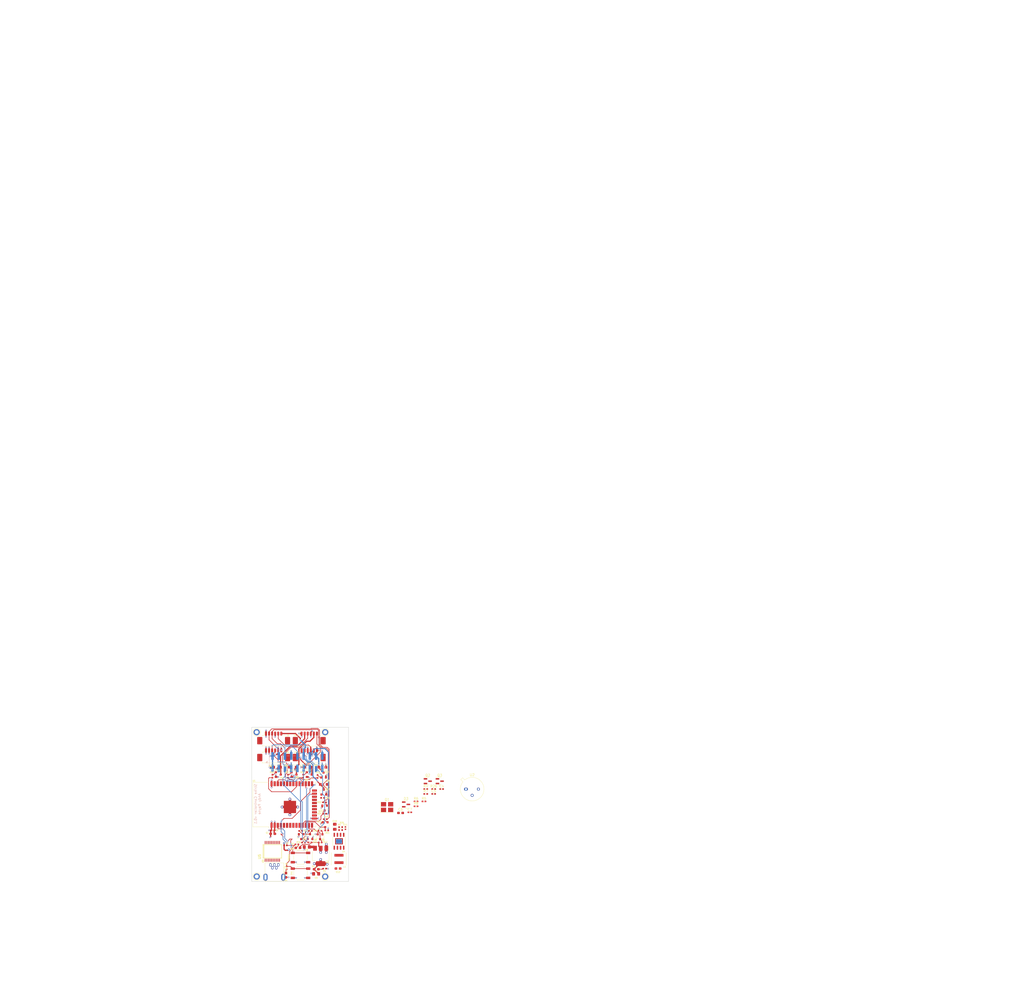
<source format=kicad_pcb>
(kicad_pcb (version 20211014) (generator pcbnew)
  (title_block (title "Liger v0.2") (date "2016-09-21") (company "PYFI"))
  (layers (0 "F.Cu" signal) (1 "In1.Cu" power) (2 "In2.Cu" power) (31 "B.Cu" signal) (34 "B.Paste" user) (35 "F.Paste" user) (36 "B.SilkS" user "B.Silkscreen") (37 "F.SilkS" user "F.Silkscreen") (38 "B.Mask" user) (39 "F.Mask" user) (44 "Edge.Cuts" user))
  (net 0 "")
  (net 1 "GND")
  (net 2 "/PROG")
  (net 3 "Net-(C4-Pad1)")
  (net 4 "Net-(C5-Pad1)")
  (net 5 "/5V")
  (net 6 "Net-(C7-Pad1)")
  (net 7 "Net-(D1-Pad1)")
  (net 8 "Net-(D2-Pad1)")
  (net 9 "Net-(D4-Pad1)")
  (net 10 "/LOCK1")
  (net 11 "/POWER")
  (net 12 "/LOCK2")
  (net 13 "/KEYPAD_PUSH")
  (net 14 "/BUZZER1")
  (net 15 "/AUX")
  (net 16 "/ESP_EN")
  (net 17 "/Microcontroller/FACT")
  (net 18 "Net-(C11-Pad1)")
  (net 19 "/USB/D-")
  (net 20 "/USB/D+")
  (net 21 "Net-(Q2-Pad2)")
  (net 22 "Net-(Q2-Pad1)")
  (net 23 "Net-(Q3-Pad3)")
  (net 24 "Net-(Q3-Pad1)")
  (net 25 "Net-(Q4-Pad1)")
  (net 26 "/EXIT_IO")
  (net 27 "Net-(Q5-Pad1)")
  (net 28 "Net-(Q6-Pad1)")
  (net 29 "/CONTACT1_IO")
  (net 30 "Net-(Q7-Pad1)")
  (net 31 "/CONTACT2_IO")
  (net 32 "Net-(Q8-Pad1)")
  (net 33 "Net-(Q9-Pad1)")
  (net 34 "/WG_D0_IO")
  (net 35 "Net-(Q10-Pad1)")
  (net 36 "Net-(Q11-Pad1)")
  (net 37 "/WG_D1_IO")
  (net 38 "Net-(Q12-Pad1)")
  (net 39 "Net-(Q13-Pad1)")
  (net 40 "/TX")
  (net 41 "/RX")
  (net 42 "/LOCK1_IO")
  (net 43 "/EXIT")
  (net 44 "/LOCK2_IO")
  (net 45 "/CONTACT1")
  (net 46 "/CONTACT2")
  (net 47 "/KEYPAD_PUSH_IO")
  (net 48 "/WG_D0")
  (net 49 "/BUZZER1_IO")
  (net 50 "/WG_D1")
  (net 51 "/AUX_IO")
  (net 52 "Net-(C11-Pad2)")
  (net 53 "/Microcontroller/IO5")
  (net 54 "/Microcontroller/IO4")
  (net 55 "/IO2")
  (net 57 "Net-(R25-Pad1)")
  (net 62 "/Microcontroller/IO25")
  (net 63 "/Microcontroller/IO33")
  (net 64 "/Microcontroller/IO32")
  (net 65 "/Microcontroller/IO35")
  (net 66 "/Microcontroller/IO34")
  (net 71 "/IO17")
  (net 72 "/Microcontroller/IO13")
  (net 73 "/Microcontroller/IO12")
  (net 74 "+3V3")
  (net 75 "/USB/D_Com")
  (net 76 "Net-(Q3-Pad2)")
  (footprint "Capacitor_SMD:C_0603_1608Metric_Pad1.08x0.95mm_HandSolder" (layer "F.Cu") (at 139.075 98.45 180)
    (fp_text reference "C1")
    (fp_text value "C_10uF")
  )
  (footprint "Capacitor_SMD:C_0805_2012Metric_Pad1.18x1.45mm_HandSolder" (layer "F.Cu") (at 152.9835 103.825 180)
    (fp_text reference "C8")
    (fp_text value "C_10uF")
  )
  (footprint "Capacitor_SMD:C_0805_2012Metric_Pad1.18x1.45mm_HandSolder" (layer "F.Cu") (at 156.8 114.808 180)
    (fp_text reference "C9")
    (fp_text value "C_10uF")
  )
  (footprint "Diode_SMD:D_0603_1608Metric_Pad1.05x0.95mm_HandSolder" (layer "F.Cu") (at 149.352 104.2)
    (fp_text reference "D2")
    (fp_text value "LED_G")
  )
  (footprint "LED_SMD:LED_0603_1608Metric_Pad1.05x0.95mm_HandSolder" (layer "F.Cu") (at 156.825 112.925 180)
    (fp_text reference "D4")
    (fp_text value "LED_G")
  )
  (footprint "Diode_SMD:D_SOD-123F" (layer "F.Cu") (at 140.85 71.275)
    (fp_text reference "D5")
    (fp_text value "D_SM4007PL")
  )
  (footprint "Diode_SMD:D_SOD-123F" (layer "F.Cu") (at 147.25 71.25)
    (fp_text reference "D6")
    (fp_text value "D_SM4007PL")
  )
  (footprint "Diode_SMD:D_SOD-123F" (layer "F.Cu") (at 159.36 71.31 180)
    (fp_text reference "D8")
    (fp_text value "D_SM4007PL")
  )
  (footprint "Diode_SMD:D_SOD-123F" (layer "F.Cu") (at 159.9 78.27 180)
    (fp_text reference "D9")
    (fp_text value "D_SM4007PL")
  )
  (footprint "Package_TO_SOT_SMD:SOT-23" (layer "F.Cu") (at 141.345 74.28)
    (fp_text reference "Q4")
    (fp_text value "Q_MMBT5551")
  )
  (footprint "Package_TO_SOT_SMD:SOT-23" (layer "F.Cu") (at 158.4 99.655 -90)
    (fp_text reference "Q5")
    (fp_text value "Q_MMBT5551")
  )
  (footprint "Package_TO_SOT_SMD:SOT-23" (layer "F.Cu") (at 147.745 74.275)
    (fp_text reference "Q6")
    (fp_text value "Q_MMBT5551")
  )
  (footprint "Package_TO_SOT_SMD:SOT-23" (layer "F.Cu") (at 150.7 99.605 -90)
    (fp_text reference "Q7")
    (fp_text value "Q_MMBT5551")
  )
  (footprint "Package_TO_SOT_SMD:SOT-23" (layer "F.Cu") (at 154.31 99.6 90)
    (fp_text reference "Q8")
    (fp_text value "Q_MMBT5551")
  )
  (footprint "Package_TO_SOT_SMD:SOT-23" (layer "F.Cu") (at 154 74.275)
    (fp_text reference "Q9")
    (fp_text value "Q_MMBT5551")
  )
  (footprint "Package_TO_SOT_SMD:SOT-23" (layer "F.Cu") (at 160.51 94.74 -90)
    (fp_text reference "Q10")
    (fp_text value "Q_MMBT5551")
  )
  (footprint "Package_TO_SOT_SMD:SOT-23" (layer "F.Cu") (at 159.82 74.44 90)
    (fp_text reference "Q11")
    (fp_text value "Q_MMBT5551")
  )
  (footprint "Package_TO_SOT_SMD:SOT-23" (layer "F.Cu") (at 160.265 87.93 -90)
    (fp_text reference "Q12")
    (fp_text value "Q_MMBT5551")
  )
  (footprint "Package_TO_SOT_SMD:SOT-23" (layer "F.Cu") (at 159.93 81.42 90)
    (fp_text reference "Q13")
    (fp_text value "Q_MMBT5551")
  )
  (footprint "Resistor_SMD:R_0402_1005Metric_Pad0.72x0.64mm_HandSolder" (layer "F.Cu") (at 138.95 74.9275 90)
    (fp_text reference "R10")
    (fp_text value "R_100")
  )
  (footprint "Resistor_SMD:R_0402_1005Metric_Pad0.72x0.64mm_HandSolder" (layer "F.Cu") (at 158.35 97.25 180)
    (fp_text reference "R11")
    (fp_text value "R_1K_0402")
  )
  (footprint "Resistor_SMD:R_0402_1005Metric_Pad0.72x0.64mm_HandSolder" (layer "F.Cu") (at 158.4475 102 180)
    (fp_text reference "R12")
    (fp_text value "R_1K_0402")
  )
  (footprint "Resistor_SMD:R_0402_1005Metric_Pad0.72x0.64mm_HandSolder" (layer "F.Cu") (at 145.275 74.9225 90)
    (fp_text reference "R13")
    (fp_text value "R_100")
  )
  (footprint "Resistor_SMD:R_0402_1005Metric_Pad0.72x0.64mm_HandSolder" (layer "F.Cu") (at 150.4775 97.275)
    (fp_text reference "R14")
    (fp_text value "R_1K_0402")
  )
  (footprint "Resistor_SMD:R_0402_1005Metric_Pad0.72x0.64mm_HandSolder" (layer "F.Cu") (at 154.28 102)
    (fp_text reference "R15")
    (fp_text value "R_1K_0402")
  )
  (footprint "Resistor_SMD:R_0402_1005Metric_Pad0.72x0.64mm_HandSolder" (layer "F.Cu") (at 151.64 102.04 180)
    (fp_text reference "R16")
    (fp_text value "R_1K_0402")
  )
  (footprint "Resistor_SMD:R_0402_1005Metric_Pad0.72x0.64mm_HandSolder" (layer "F.Cu") (at 151.5 74.8975 90)
    (fp_text reference "R17")
    (fp_text value "R_100")
  )
  (footprint "Resistor_SMD:R_0402_1005Metric_Pad0.72x0.64mm_HandSolder" (layer "F.Cu") (at 154.4725 97.25 180)
    (fp_text reference "R18")
    (fp_text value "R_1K_0402")
  )
  (footprint "Resistor_SMD:R_0402_1005Metric_Pad0.72x0.64mm_HandSolder" (layer "F.Cu") (at 157.37 75.0325 90)
    (fp_text reference "R20")
    (fp_text value "R_100")
  )
  (footprint "Resistor_SMD:R_0402_1005Metric_Pad0.72x0.64mm_HandSolder" (layer "F.Cu") (at 161.1225 97.075)
    (fp_text reference "R21")
    (fp_text value "R_1K_0402")
  )
  (footprint "Resistor_SMD:R_0402_1005Metric_Pad0.72x0.64mm_HandSolder" (layer "F.Cu") (at 160.2025 85.6 180)
    (fp_text reference "R22")
    (fp_text value "R_1K_0402")
  )
  (footprint "Resistor_SMD:R_0402_1005Metric_Pad0.72x0.64mm_HandSolder" (layer "F.Cu") (at 159.4275 83.78)
    (fp_text reference "R23")
    (fp_text value "R_100")
  )
  (footprint "Package_TO_SOT_SMD:SOT-223-3_TabPin2" (layer "F.Cu") (at 158.65 107.505 -90)
    (fp_text reference "U3")
    (fp_text value "REG_AMS1117-3.3")
  )
  (footprint "Button_Switch_SMD:SW_SPST_TL3342" (layer "F.Cu") (at 150.4 114.575)
    (fp_text reference "EN1")
    (fp_text value "SW_PUSH_SM")
  )
  (footprint "Button_Switch_SMD:SW_SPST_TL3342" (layer "F.Cu") (at 150.4 108.16)
    (fp_text reference "PROG1")
    (fp_text value "SW_PUSH_SM")
  )
  (footprint "RF_Module:ESP32-WROOM-32" (layer "F.Cu") (at 146.855 86.5 90)
    (fp_text reference "U1")
    (fp_text value "ESP32-WROOM-32")
  )
  (footprint "Resistor_SMD:R_0402_1005Metric_Pad0.72x0.64mm_HandSolder" (layer "F.Cu") (at 144.76 112.3775 -90)
    (fp_text reference "R1")
    (fp_text value "R_10K_0402")
  )
  (footprint "Capacitor_SMD:C_0402_1005Metric_Pad0.74x0.62mm_HandSolder" (layer "F.Cu") (at 139.1075 97.05 180)
    (fp_text reference "C2")
    (fp_text value "C_1uF")
  )
  (footprint "Capacitor_SMD:C_0402_1005Metric_Pad0.74x0.62mm_HandSolder" (layer "F.Cu") (at 144.2825 103.2 180)
    (fp_text reference "C3")
    (fp_text value "C_1uF")
  )
  (footprint "Resistor_SMD:R_0402_1005Metric_Pad0.72x0.64mm_HandSolder" (layer "F.Cu") (at 148.9375 102.78)
    (fp_text reference "R2")
    (fp_text value "R_10K_0402")
  )
  (footprint "Resistor_SMD:R_0402_1005Metric_Pad0.72x0.64mm_HandSolder" (layer "F.Cu") (at 160.2725 90.25)
    (fp_text reference "R24")
    (fp_text value "R_1K_0402")
  )
  (footprint "Diode_SMD:D_0603_1608Metric_Pad1.05x0.95mm_HandSolder" (layer "F.Cu") (at 144.48 115.37 -90)
    (fp_text reference "D1")
    (fp_text value "LED_G")
  )
  (footprint "Connector_Molex:Molex_PicoBlade_53261-0671_1x06-1MP_P1.25mm_Horizontal" (layer "F.Cu") (at 153.975 66.8)
    (fp_text reference "J4")
    (fp_text value "Molex_Blade_6pin")
  )
  (footprint "Connector_Molex:Molex_PicoBlade_53261-0671_1x06-1MP_P1.25mm_Horizontal" (layer "F.Cu") (at 139.45 66.8)
    (fp_text reference "J6")
    (fp_text value "Molex_Blade_6pin")
  )
  (footprint "Diode_SMD:D_SOD-123F" (layer "F.Cu") (at 153.575 71.225)
    (fp_text reference "D7")
    (fp_text value "D_SM4007PL")
  )
  (footprint "Open_Automation:Mount_Hole_1p5" (layer "F.Cu") (at 132.525 115.9)
    (fp_text reference "J8" hide)
    (fp_text value "Conn_01x01_Female")
  )
  (footprint "Open_Automation:Mount_Hole_1p5" (layer "F.Cu") (at 160.5 115.925)
    (fp_text reference "J10" hide)
    (fp_text value "Conn_01x01_Female")
  )
  (footprint "Open_Automation:Mount_Hole_1p5" (layer "F.Cu") (at 132.5 56.95)
    (fp_text reference "J7" hide)
    (fp_text value "Conn_01x01_Female")
  )
  (footprint "Open_Automation:Mount_Hole_1p5" (layer "F.Cu") (at 160.5 56.95)
    (fp_text reference "J9" hide)
    (fp_text value "Conn_01x01_Female")
  )
  (footprint "Connector_Molex:Molex_PicoBlade_53261-0671_1x06-1MP_P1.25mm_Horizontal" (layer "F.Cu") (at 153.975 59.9)
    (fp_text reference "J5")
    (fp_text value "Molex_Blade_6pin")
  )
  (footprint "Connector_Molex:Molex_PicoBlade_53261-0671_1x06-1MP_P1.25mm_Horizontal" (layer "F.Cu") (at 139.45 59.9)
    (fp_text reference "J3")
    (fp_text value "Molex_Blade_6pin")
  )
  (footprint "Resistor_SMD:R_0402_1005Metric_Pad0.72x0.64mm_HandSolder" (layer "F.Cu") (at 160.25 112.675)
    (fp_text reference "R3")
    (fp_text value "R_1K_0402")
  )
  (footprint "Resistor_SMD:R_0402_1005Metric_Pad0.72x0.64mm_HandSolder" (layer "F.Cu") (at 160.5 92.48)
    (fp_text reference "R19")
    (fp_text value "R_1K_0402")
  )
  (footprint "Package_TO_SOT_SMD:SOT-23" (layer "F.Cu") (at 193.51 86.46)
    (fp_text reference "D3")
    (fp_text value "BAT54C")
  )
  (footprint "Open_Automation:USB-mini-B-0548190519" (layer "F.Cu") (at 143.4049 116.1901 90)
    (fp_text reference "J2")
    (fp_text value "USB_MINI_B")
  )
  (footprint "Capacitor_SMD:C_0402_1005Metric_Pad0.74x0.62mm_HandSolder" (layer "F.Cu") (at 208.04 80.17)
    (fp_text reference "C4")
    (fp_text value "C_27pF_0402")
  )
  (footprint "Resistor_SMD:R_0402_1005Metric_Pad0.72x0.64mm_HandSolder" (layer "F.Cu") (at 197.58 87.22)
    (fp_text reference "R8")
    (fp_text value "R_220_0402")
  )
  (footprint "Package_TO_SOT_SMD:SOT-23" (layer "F.Cu") (at 202.38 76.96)
    (fp_text reference "Q2")
    (fp_text value "Q_SS8050")
  )
  (footprint "Package_SO:SOIC-8-1EP_3.9x4.9mm_P1.27mm_EP2.514x3.2mm_ThermalVias" (layer "F.Cu") (at 166.13 101.51 -90)
    (fp_text reference "U4")
    (fp_text value "REG_MT2492")
  )
  (footprint "Crystal:Crystal_SMD_3225-4Pin_3.2x2.5mm_HandSoldering" (layer "F.Cu") (at 185.78 87.54)
    (fp_text reference "Q1")
    (fp_text value "Crystal_12Mhz")
  )
  (footprint "Resistor_SMD:R_0402_1005Metric_Pad0.72x0.64mm_HandSolder" (layer "F.Cu") (at 167.43 96.32 90)
    (fp_text reference "R25")
    (fp_text value "19K")
  )
  (footprint "Open_Automation:L_4x4" (layer "F.Cu") (at 166.12 108.7275 -90)
    (fp_text reference "L1")
    (fp_text value "10uH")
  )
  (footprint "Resistor_SMD:R_0402_1005Metric_Pad0.72x0.64mm_HandSolder" (layer "F.Cu") (at 197.58 85.23)
    (fp_text reference "R6")
    (fp_text value "R_1K_0402")
  )
  (footprint "Capacitor_SMD:C_0805_2012Metric_Pad1.18x1.45mm_HandSolder" (layer "F.Cu") (at 164.4 95.59 90)
    (fp_text reference "C10")
    (fp_text value "C_10uF")
  )
  (footprint "Resistor_SMD:R_0402_1005Metric_Pad0.72x0.64mm_HandSolder" (layer "F.Cu") (at 204.81 80.18)
    (fp_text reference "R26")
    (fp_text value "R_10K_0402")
  )
  (footprint "Capacitor_SMD:C_0603_1608Metric_Pad1.08x0.95mm_HandSolder" (layer "F.Cu") (at 191.28 89.94)
    (fp_text reference "C6")
    (fp_text value "C_22uF")
  )
  (footprint "Capacitor_SMD:C_0402_1005Metric" (layer "F.Cu") (at 168.76 96.13 90)
    (fp_text reference "C11")
    (fp_text value "22nF")
  )
  (footprint "Package_TO_SOT_THT:TO-5-3" (layer "F.Cu") (at 217.97 80.21)
    (fp_text reference "U2")
    (fp_text value "PIR-DIGITAL")
  )
  (footprint "Resistor_SMD:R_0402_1005Metric_Pad0.72x0.64mm_HandSolder" (layer "F.Cu") (at 166.17 96.33 -90)
    (fp_text reference "R9")
    (fp_text value "49.9K")
  )
  (footprint "Capacitor_SMD:C_0603_1608Metric_Pad1.08x0.95mm_HandSolder" (layer "F.Cu") (at 165.74 112.6375 180)
    (fp_text reference "C12")
    (fp_text value "C_22uF")
  )
  (footprint "Capacitor_SMD:C_0402_1005Metric_Pad0.74x0.62mm_HandSolder" (layer "F.Cu") (at 195.06 89.67)
    (fp_text reference "C7")
    (fp_text value "C_100nF_0402")
  )
  (footprint "Resistor_SMD:R_0402_1005Metric_Pad0.72x0.64mm_HandSolder" (layer "F.Cu") (at 201.56 82.17)
    (fp_text reference "R7")
    (fp_text value "R_1K_0402")
  )
  (footprint "Capacitor_SMD:C_0402_1005Metric_Pad0.74x0.62mm_HandSolder" (layer "F.Cu") (at 204.79 82.16)
    (fp_text reference "C5")
    (fp_text value "C_27pF_0402")
  )
  (footprint "Package_TO_SOT_SMD:SOT-23" (layer "F.Cu") (at 207.27 76.96)
    (fp_text reference "Q3")
    (fp_text value "Q_SS8550")
  )
  (footprint "Open_Automation:SSOP-20W" (layer "F.Cu") (at 138.92 105.63)
    (fp_text reference "U5")
    (fp_text value "CH340T(SSOP20W)")
  )
  (footprint "Resistor_SMD:R_0402_1005Metric_Pad0.72x0.64mm_HandSolder" (layer "F.Cu") (at 200.83 85.23)
    (fp_text reference "R5")
    (fp_text value "R_10K_0402")
  )
  (footprint "Resistor_SMD:R_0402_1005Metric_Pad0.72x0.64mm_HandSolder" (layer "F.Cu") (at 201.56 80.18)
    (fp_text reference "R4")
    (fp_text value "R_10K_0402")
  )
  (footprint "Connector_PinHeader_2.54mm:PinHeader_2x09_P2.54mm_Vertical_SMD" (layer "B.Cu") (at 149.15 69.185 -90)
    (fp_text reference "J1")
    (fp_text value "Conn_02x09_Odd_Even")
  )
  (gr_line (start 130.51 117.93) (end 170.01 117.93) (layer "Edge.Cuts") (width 0.15))
  (gr_line (start 170.01 117.93) (end 170.01 54.93) (layer "Edge.Cuts") (width 0.15))
  (gr_line (start 130.49584 54.9306) (end 130.51 117.93) (layer "Edge.Cuts") (width 0.15))
  (gr_line (start 170.01 54.93) (end 130.49584 54.9306) (layer "Edge.Cuts") (width 0.15))
  (gr_text "Strike Controller v0.1\nAndy Payne" (at 132.85 86.275 90) (layer "B.SilkS") (effects (font (size 1 1) (thickness 0.12)) (justify mirror)))
  (segment (start 148.615 110.06) (end 148.625 110.05) (width 0.25) (layer "F.Cu") (net 1))
  (segment (start 140.075 57.5) (end 140.075 58.775) (width 0.5) (layer "F.Cu") (net 1))
  (segment (start 155.26 99.965) (end 155.575 99.65) (width 0.25) (layer "F.Cu") (net 1))
  (segment (start 138.54 97.05) (end 137.575 97.05) (width 0.5) (layer "F.Cu") (net 1))
  (segment (start 138.6 79.525) (end 138.575 79.55) (width 0.5) (layer "F.Cu") (net 1))
  (segment (start 146.745 75.225) (end 146.745 74.355) (width 0.4) (layer "F.Cu") (net 1))
  (segment (start 136.325 64.4) (end 136.325 63.075) (width 0.5) (layer "F.Cu") (net 1))
  (segment (start 157.1 64.4) (end 157.970846 64.4) (width 0.5) (layer "F.Cu") (net 1))
  (segment (start 142.676893 64.4) (end 142.778551 64.298342) (width 0.5) (layer "F.Cu") (net 1))
  (segment (start 137.575 97.05) (end 137.55 97.025) (width 0.5) (layer "F.Cu") (net 1))
  (segment (start 138.2125 98.45) (end 138.2125 97.3775) (width 0.5) (layer "F.Cu") (net 1))
  (segment (start 146.1 87.5) (end 146.1 90.7) (width 1) (layer "F.Cu") (net 1))
  (segment (start 143.715 104.775) (end 144.12 105.18) (width 0.5) (layer "F.Cu") (net 1))
  (segment (start 160.77 75.44) (end 160.77 74.754981) (width 0.5) (layer "F.Cu") (net 1))
  (segment (start 153.55 116.475) (end 152.2 116.475) (width 0.25) (layer "F.Cu") (net 1))
  (segment (start 144.12 105.18) (end 145.344681 105.18) (width 0.5) (layer "F.Cu") (net 1))
  (segment (start 159.335 93.74) (end 158.65 94.425) (width 0.5) (layer "F.Cu") (net 1))
  (segment (start 157.970846 64.4) (end 157.99999 64.429144) (width 0.5) (layer "F.Cu") (net 1))
  (segment (start 153.35 64.4) (end 153.35 63.07501) (width 0.5) (layer "F.Cu") (net 1))
  (segment (start 143.715 103.2) (end 143.715 104.775) (width 0.5) (layer "F.Cu") (net 1))
  (segment (start 160.95 102.7) (end 160.925 102.675) (width 1) (layer "F.Cu") (net 1))
  (segment (start 142.575 64.4) (end 142.575 63.075) (width 0.5) (layer "F.Cu") (net 1))
  (segment (start 138.54 97.05) (end 138.54 95.06) (width 0.5) (layer "F.Cu") (net 1))
  (segment (start 138.6 78) (end 138.6 79.525) (width 0.5) (layer "F.Cu") (net 1))
  (segment (start 152.146 103.825) (end 152.146 104.625) (width 0.4) (layer "F.Cu") (net 1))
  (segment (start 160.8475 112.675) (end 161.625 112.675) (width 0.25) (layer "F.Cu") (net 1))
  (segment (start 159.315 86.93) (end 159.315 87.41) (width 0.5) (layer "F.Cu") (net 1))
  (segment (start 157.69 92.215) (end 157.7 92.225) (width 0.5) (layer "F.Cu") (net 1))
  (segment (start 157.1 62.94999) (end 157.075 62.92499) (width 0.5) (layer "F.Cu") (net 1))
  (segment (start 147.25 110.06) (end 148.615 110.06) (width 0.25) (layer "F.Cu") (net 1))
  (segment (start 154.615 92.215) (end 154.6 92.2) (width 0.5) (layer "F.Cu") (net 1))
  (segment (start 138.6 78) (end 138.6 76.475) (width 0.5) (layer "F.Cu") (net 1))
  (segment (start 156.11 92.215) (end 154.615 92.215) (width 0.5) (layer "F.Cu") (net 1))
  (segment (start 156.11 92.215) (end 157.69 92.215) (width 0.5) (layer "F.Cu") (net 1))
  (segment (start 146.1 87.5) (end 149.275 87.5) (width 1) (layer "F.Cu") (net 1))
  (segment (start 146.1 87.5) (end 142.899916 87.5) (width 1) (layer "F.Cu") (net 1))
  (segment (start 160.95 106.075) (end 160.925 106.1) (width 1) (layer "F.Cu") (net 1))
  (segment (start 140.345 75.23) (end 141.295 75.23) (width 0.5) (layer "F.Cu") (net 1))
  (segment (start 141.295 75.23) (end 141.35 75.175) (width 0.5) (layer "F.Cu") (net 1))
  (segment (start 147.25 116.475) (end 148.625 116.475) (width 0.25) (layer "F.Cu") (net 1))
  (segment (start 159.315 87.41) (end 158.85 87.875) (width 0.5) (layer "F.Cu") (net 1))
  (segment (start 161.625 112.675) (end 161.65 112.7) (width 0.25) (layer "F.Cu") (net 1))
  (segment (start 160.95 104.355) (end 160.95 102.7) (width 1) (layer "F.Cu") (net 1))
  (segment (start 146.1 87.5) (end 146.1 84.3) (width 1) (layer "F.Cu") (net 1))
  (segment (start 140.075 58.775) (end 140.05 58.8) (width 0.5) (layer "F.Cu") (net 1))
  (segment (start 143.715 102.315) (end 143.7 102.3) (width 0.5) (layer "F.Cu") (net 1))
  (segment (start 153.35 65.575) (end 153.15 65.775) (width 0.5) (layer "F.Cu") (net 1))
  (segment (start 152.121 104.625) (end 151.896 104.85) (width 0.4) (layer "F.Cu") (net 1))
  (segment (start 155.26 100.6) (end 155.26 99.965) (width 0.25) (layer "F.Cu") (net 1))
  (segment (start 146.1 90.7) (end 146.075 90.725) (width 1) (layer "F.Cu") (net 1))
  (segment (start 152.21 110.06) (end 152.175 110.025) (width 0.25) (layer "F.Cu") (net 1))
  (segment (start 145.344681 105.18) (end 145.609063 104.915618) (width 0.5) (layer "F.Cu") (net 1))
  (segment (start 142.899916 87.5) (end 142.87501 87.524906) (width 1) (layer "F.Cu") (net 1))
  (segment (start 152.2 116.475) (end 152.175 116.45) (width 0.25) (layer "F.Cu") (net 1))
  (segment (start 149.75 98.605) (end 149.75 99.475) (width 0.25) (layer "F.Cu") (net 1))
  (segment (start 153.55 110.06) (end 152.21 110.06) (width 0.25) (layer "F.Cu") (net 1))
  (segment (start 159.56 93.74) (end 159.335 93.74) (width 0.5) (layer "F.Cu") (net 1))
  (segment (start 153.6 75.225) (end 153.958051 75.583051) (width 0.5) (layer "F.Cu") (net 1))
  (segment (start 157.1 64.4) (end 157.1 62.94999) (width 0.5) (layer "F.Cu") (net 1))
  (segment (start 146.745 75.225) (end 147.156065 75.225) (width 0.4) (layer "F.Cu") (net 1))
  (segment (start 155.9375 114.625) (end 154.8 114.625) (width 0.25) (layer "F.Cu") (net 1))
  (segment (start 149.275 87.5) (end 149.3 87.525) (width 1) (layer "F.Cu") (net 1))
  (segment (start 149.75 99.475) (end 149.575 99.65) (width 0.25) (layer "F.Cu") (net 1))
  (segment (start 146.1 84.3) (end 146.075 84.275) (width 1) (layer "F.Cu") (net 1))
  (segment (start 136.325 64.4) (end 136.325 65.725) (width 0.5) (layer "F.Cu") (net 1))
  (segment (start 160.979991 82.320009) (end 160.979991 81.4) (width 0.5) (layer "F.Cu") (net 1))
  (segment (start 138.6 95) (end 138.6 93.45) (width 0.5) (layer "F.Cu") (net 1))
  (segment (start 138.2125 99.6525) (end 138.015 99.85) (width 0.5) (layer "F.Cu") (net 1))
  (segment (start 146.745 74.355) (end 146.775 74.325) (width 0.4) (layer "F.Cu") (net 1))
  (segment (start 160.95 104.355) (end 160.95 106.075) (width 1) (layer "F.Cu") (net 1))
  (segment (start 140.345 74.395) (end 140.325 74.375) (width 0.5) (layer "F.Cu") (net 1))
  (segment (start 160.77 74.754981) (end 161.099981 74.425) (width 0.5) (layer "F.Cu") (net 1))
  (segment (start 147.156065 75.225) (end 147.771509 74.609556) (width 0.4) (layer "F.Cu") (net 1))
  (segment (start 153.35 64.4) (end 153.35 65.575) (width 0.5) (layer "F.Cu") (net 1))
  (segment (start 138.2125 98.45) (end 138.2125 99.6525) (width 0.5) (layer "F.Cu") (net 1))
  (segment (start 143.715 103.2) (end 143.715 102.315) (width 0.5) (layer "F.Cu") (net 1))
  (segment (start 156.58 98.655) (end 156.525 98.6) (width 0.25) (layer "F.Cu") (net 1))
  (segment (start 138.2125 97.3775) (end 138.54 97.05) (width 0.5) (layer "F.Cu") (net 1))
  (segment (start 153 75.225) (end 153.6 75.225) (width 0.5) (layer "F.Cu") (net 1))
  (segment (start 157.45 98.655) (end 156.58 98.655) (width 0.25) (layer "F.Cu") (net 1))
  (segment (start 140.345 75.23) (end 140.345 74.395) (width 0.5) (layer "F.Cu") (net 1))
  (via (at 137.975 99.9) (size 0.6) (drill 0.4) (layers "F.Cu" "B.Cu") (net 1))
  (via (at 157.075 62.92499) (size 0.6) (drill 0.4) (layers "F.Cu" "B.Cu") (net 1))
  (via (at 148.625 116.475) (size 0.6) (drill 0.4) (layers "F.Cu" "B.Cu") (net 1))
  (via (at 142.87501 87.524906) (size 1) (drill 0.6) (layers "F.Cu" "B.Cu") (net 1))
  (via (at 140.05 58.8) (size 0.6) (drill 0.4) (layers "F.Cu" "B.Cu") (net 1))
  (via (at 145.609063 104.915618) (size 0.8) (drill 0.4) (layers "F.Cu" "B.Cu") (net 1))
  (via (at 146.075 84.275) (size 1) (drill 0.6) (layers "F.Cu" "B.Cu") (net 1))
  (via (at 160.925 106.1) (size 1) (drill 0.6) (layers "F.Cu" "B.Cu") (net 1))
  (via (at 143.7 102.3) (size 0.8) (drill 0.4) (layers "F.Cu" "B.Cu") (net 1))
  (via (at 158.65 94.425) (size 0.6) (drill 0.4) (layers "F.Cu" "B.Cu") (net 1))
  (via (at 154.6 92.2) (size 0.6) (drill 0.4) (layers "F.Cu" "B.Cu") (net 1))
  (via (at 153.15 65.775) (size 0.6) (drill 0.4) (layers "F.Cu" "B.Cu") (net 1))
  (via (at 154.8 114.625) (size 0.6) (drill 0.4) (layers "F.Cu" "B.Cu") (net 1))
  (via (at 155.575 99.65) (size 0.6) (drill 0.4) (layers "F.Cu" "B.Cu") (net 1))
  (via (at 157.7 92.225) (size 0.6) (drill 0.4) (layers "F.Cu" "B.Cu") (net 1))
  (via (at 142.575 63.075) (size 0.6) (drill 0.4) (layers "F.Cu" "B.Cu") (net 1))
  (via (at 138.575 79.55) (size 0.6) (drill 0.4) (layers "F.Cu" "B.Cu") (net 1))
  (via (at 157.99999 64.429144) (size 0.6) (drill 0.4) (layers "F.Cu" "B.Cu") (net 1))
  (via (at 146.6 64.55) (size 0.6) (drill 0.4) (layers "F.Cu" "B.Cu") (net 1))
  (via (at 161.65 112.7) (size 0.6) (drill 0.4) (layers "F.Cu" "B.Cu") (net 1))
  (via (at 160.925 102.675) (size 1) (drill 0.6) (layers "F.Cu" "B.Cu") (net 1))
  (via (at 137.55 97.025) (size 0.6) (drill 0.4) (layers "F.Cu" "B.Cu") (net 1))
  (via (at 136.325 65.725) (size 0.6) (drill 0.4) (layers "F.Cu" "B.Cu") (net 1))
  (via (at 159.3 64.575) (size 0.6) (drill 0.4) (layers "F.Cu" "B.Cu") (net 1))
  (via (at 146.775 74.325) (size 0.6) (drill 0.4) (layers "F.Cu" "B.Cu") (net 1))
  (via (at 142.778551 64.298342) (size 0.6) (drill 0.4) (layers "F.Cu" "B.Cu") (net 1))
  (via (at 141.35 75.175) (size 0.6) (drill 0.4) (layers "F.Cu" "B.Cu") (net 1))
  (via (at 156.525 98.6) (size 0.6) (drill 0.4) (layers "F.Cu" "B.Cu") (net 1))
  (via (at 138.6 93.45) (size 0.6) (drill 0.4) (layers "F.Cu" "B.Cu") (net 1))
  (via (at 152.175 110.025) (size 0.6) (drill 0.4) (layers "F.Cu" "B.Cu") (net 1))
  (via (at 138.6 76.475) (size 0.6) (drill 0.4) (layers "F.Cu" "B.Cu") (net 1))
  (via (at 159.275 69.6) (size 0.6) (drill 0.4) (layers "F.Cu" "B.Cu") (net 1))
  (via (at 140.325 74.375) (size 0.6) (drill 0.4) (layers "F.Cu" "B.Cu") (net 1))
  (via (at 152.175 116.45) (size 0.6) (drill 0.4) (layers "F.Cu" "B.Cu") (net 1))
  (via (at 146.075 90.725) (size 1) (drill 0.6) (layers "F.Cu" "B.Cu") (net 1))
  (via (at 151.896 104.85) (size 0.6) (drill 0.4) (layers "F.Cu" "B.Cu") (net 1))
  (via (at 153.958051 75.583051) (size 0.6) (drill 0.4) (layers "F.Cu" "B.Cu") (net 1))
  (via (at 149.3 87.525) (size 1) (drill 0.6) (layers "F.Cu" "B.Cu") (net 1))
  (via (at 158.85 87.875) (size 0.6) (drill 0.4) (layers "F.Cu" "B.Cu") (net 1))
  (via (at 147.771509 74.609556) (size 0.6) (drill 0.4) (layers "F.Cu" "B.Cu") (net 1))
  (via (at 149.575 99.65) (size 0.6) (drill 0.4) (layers "F.Cu" "B.Cu") (net 1))
  (via (at 136.325 63.075) (size 0.6) (drill 0.4) (layers "F.Cu" "B.Cu") (net 1))
  (via (at 148.625 110.05) (size 0.6) (drill 0.4) (layers "F.Cu" "B.Cu") (net 1))
  (via (at 160.979991 81.4) (size 0.6) (drill 0.4) (layers "F.Cu" "B.Cu") (net 1))
  (via (at 153.35 63.07501) (size 0.6) (drill 0.4) (layers "F.Cu" "B.Cu") (net 1))
  (via (at 161.099981 74.425) (size 0.6) (drill 0.4) (layers "F.Cu" "B.Cu") (net 1))
  (segment (start 159.31 71.71) (end 159.31 69.635) (width 0.4) (layer "B.Cu") (net 1))
  (segment (start 159.31 66.66) (end 159.31 64.585) (width 0.5) (layer "B.Cu") (net 1))
  (segment (start 159.31 69.635) (end 159.275 69.6) (width 0.4) (layer "B.Cu") (net 1))
  (segment (start 159.31 64.585) (end 159.3 64.575) (width 0.5) (layer "B.Cu") (net 1))
  (segment (start 146.61 64.56) (end 146.6 64.55) (width 0.5) (layer "B.Cu") (net 1))
  (segment (start 146.61 66.66) (end 146.61 64.56) (width 0.5) (layer "B.Cu") (net 1))
  (segment (start 147.010002 92.175) (end 150.375 88.810002) (width 0.25) (layer "F.Cu") (net 2))
  (segment (start 147.25 103.87) (end 148.34 102.78) (width 0.25) (layer "F.Cu") (net 2))
  (segment (start 154.275 81.425) (end 154.275 80.2) (width 0.25) (layer "F.Cu") (net 2))
  (segment (start 142.4 98.6) (end 143.1 98.6) (width 0.25) (layer "F.Cu") (net 2))
  (segment (start 142.75 93.075) (end 143.65 92.175) (width 0.25) (layer "F.Cu") (net 2))
  (segment (start 147.25 106.26) (end 153.55 106.26) (width 0.25) (layer "F.Cu") (net 2))
  (segment (start 143.275 99.475) (end 142.4 98.6) (width 0.25) (layer "F.Cu") (net 2))
  (segment (start 156.275 78.4) (end 155.51 78.4) (width 0.25) (layer "F.Cu") (net 2))
  (segment (start 147.92 103.2) (end 148.34 102.78) (width 0.25) (layer "F.Cu") (net 2))
  (segment (start 143.275 99.625) (end 143.275 99.475) (width 0.25) (layer "F.Cu") (net 2))
  (segment (start 144.85 103.2) (end 144.85 102.260282) (width 0.25) (layer "F.Cu") (net 2))
  (segment (start 147.25 106.26) (end 147.25 103.87) (width 0.25) (layer "F.Cu") (net 2))
  (segment (start 155.51 78.4) (end 155.11 78) (width 0.25) (layer "F.Cu") (net 2))
  (segment (start 143.65 92.175) (end 147.010002 92.175) (width 0.25) (layer "F.Cu") (net 2))
  (segment (start 143.1 98.6) (end 143.275 98.425) (width 0.25) (layer "F.Cu") (net 2))
  (segment (start 144.85 103.2) (end 147.92 103.2) (width 0.25) (layer "F.Cu") (net 2))
  (segment (start 150.375 88.810002) (end 150.375 85.325) (width 0.25) (layer "F.Cu") (net 2))
  (segment (start 144.85 102.260282) (end 144.634337 102.044619) (width 0.25) (layer "F.Cu") (net 2))
  (segment (start 150.375 85.325) (end 154.275 81.425) (width 0.25) (layer "F.Cu") (net 2))
  (via (at 144.634337 102.044619) (size 0.6) (drill 0.4) (layers "F.Cu" "B.Cu") (net 2))
  (via (at 156.275 78.4) (size 0.6) (drill 0.4) (layers "F.Cu" "B.Cu") (net 2))
  (via (at 143.275 98.425) (size 0.6) (drill 0.4) (layers "F.Cu" "B.Cu") (net 2))
  (via (at 142.75 93.075) (size 0.6) (drill 0.4) (layers "F.Cu" "B.Cu") (net 2))
  (via (at 143.275 99.625) (size 0.6) (drill 0.4) (layers "F.Cu" "B.Cu") (net 2))
  (via (at 154.275 80.2) (size 0.6) (drill 0.4) (layers "F.Cu" "B.Cu") (net 2))
  (segment (start 142.5 97.65) (end 142.5 93.325) (width 0.25) (layer "B.Cu") (net 2))
  (segment (start 143.275 99.625) (end 143.275 100.685282) (width 0.25) (layer "B.Cu") (net 2))
  (segment (start 154.275 80.2) (end 156.075 78.4) (width 0.25) (layer "B.Cu") (net 2))
  (segment (start 143.275 98.425) (end 142.5 97.65) (width 0.25) (layer "B.Cu") (net 2))
  (segment (start 156.075 78.4) (end 156.275 78.4) (width 0.25) (layer "B.Cu") (net 2))
  (segment (start 143.275 100.685282) (end 144.634337 102.044619) (width 0.25) (layer "B.Cu") (net 2))
  (segment (start 142.5 93.325) (end 142.75 93.075) (width 0.25) (layer "B.Cu") (net 2))
  (segment (start 155.82 103.825) (end 156.35 104.355) (width 1) (layer "F.Cu") (net 5))
  (segment (start 154.1 103.825) (end 155.82 103.825) (width 1) (layer "F.Cu") (net 5))
  (segment (start 144.48 114.495) (end 144.48 113.255) (width 0.25) (layer "F.Cu") (net 7))
  (segment (start 144.48 113.255) (end 144.76 112.975) (width 0.25) (layer "F.Cu") (net 7))
  (segment (start 149.535 102.78) (end 149.535 103.315) (width 0.25) (layer "F.Cu") (net 8))
  (segment (start 149.535 103.315) (end 148.65 104.2) (width 0.25) (layer "F.Cu") (net 8))
  (segment (start 159.4025 112.925) (end 159.6525 112.675) (width 0.25) (layer "F.Cu") (net 9))
  (segment (start 157.7 112.925) (end 159.4025 112.925) (width 0.25) (layer "F.Cu") (net 9))
  (segment (start 142.345 74.28) (end 142.345 71.37) (width 0.5) (layer "F.Cu") (net 10))
  (segment (start 142.25 66.640044) (end 142.25 71.275) (width 0.5) (layer "F.Cu") (net 10))
  (segment (start 141.325 71.275) (end 140.475 72.125) (width 0.5) (layer "F.Cu") (net 10))
  (segment (start 152.1 57.5) (end 152.1 59.607524) (width 0.5) (layer "F.Cu") (net 10))
  (segment (start 152.1 59.607524) (end 149.107535 62.599989) (width 0.5) (layer "F.Cu") (net 10))
  (segment (start 142.25 71.275) (end 141.325 71.275) (width 0.5) (layer "F.Cu") (net 10))
  (segment (start 149.107535 62.599989) (end 146.290055 62.599989) (width 0.5) (layer "F.Cu") (net 10))
  (segment (start 146.290055 62.599989) (end 142.25 66.640044) (width 0.5) (layer "F.Cu") (net 10))
  (via (at 140.475 72.125) (size 0.6) (drill 0.4) (layers "F.Cu" "B.Cu") (net 10))
  (segment (start 140.475 72.125) (end 141.115 72.125) (width 0.5) (layer "B.Cu") (net 10))
  (segment (start 141.115 72.125) (end 141.53 71.71) (width 0.5) (layer "B.Cu") (net 10))
  (segment (start 150.85 65.225) (end 150.55 65.525) (width 0.5) (layer "F.Cu") (net 11))
  (segment (start 137.575 63.1) (end 137.55 63.075) (width 0.5) (layer "F.Cu") (net 11))
  (segment (start 152.175 71.225) (end 150.6 71.225) (width 0.4) (layer "F.Cu") (net 11))
  (segment (start 150.85 57.5) (end 149.775 57.5) (width 0.5) (layer "F.Cu") (net 11))
  (segment (start 141.325 63.104114) (end 141.371151 63.057963) (width 0.5) (layer "F.Cu") (net 11))
  (segment (start 150.85 58.75) (end 150.875 58.775) (width 0.5) (layer "F.Cu") (net 11))
  (segment (start 141.325 64.4) (end 141.325 63.104114) (width 0.5) (layer "F.Cu") (net 11))
  (segment (start 137.575 64.4) (end 137.575 63.1) (width 0.5) (layer "F.Cu") (net 11))
  (segment (start 150.85 63.686402) (end 151.155656 63.380746) (width 0.5) (layer "F.Cu") (net 11))
  (segment (start 150.85 64.4) (end 150.85 63.686402) (width 0.5) (layer "F.Cu") (net 11))
  (segment (start 150.85 64.4) (end 150.85 65.225) (width 0.5) (layer "F.Cu") (net 11))
  (segment (start 150.6 71.225) (end 150.575 71.2) (width 0.4) (layer "F.Cu") (net 11))
  (segment (start 136.325 57.5) (end 136.325 56.2) (width 0.5) (layer "F.Cu") (net 11))
  (segment (start 160.76 71.31) (end 160.76 70.19) (width 0.5) (layer "F.Cu") (net 11))
  (segment (start 145.85 71.25) (end 145.85 70.456824) (width 0.5) (layer "F.Cu") (net 11))
  (segment (start 154.6 57.5) (end 154.6 58.775) (width 0.5) (layer "F.Cu") (net 11))
  (segment (start 154.6 57.025) (end 155.25 56.375) (width 0.5) (layer "F.Cu") (net 11))
  (segment (start 139.45 71.275) (end 137.775 71.275) (width 0.5) (layer "F.Cu") (net 11))
  (segment (start 136.325 57.5) (end 136.325 58.8) (width 0.5) (layer "F.Cu") (net 11))
  (segment (start 145.85 70.456824) (end 145.57501 70.181834) (width 0.5) (layer "F.Cu") (net 11))
  (segment (start 140.725 66.05) (end 140.2 66.05) (width 0.5) (layer "F.Cu") (net 11))
  (segment (start 136.325 56.2) (end 136.35 56.175) (width 0.5) (layer "F.Cu") (net 11))
  (segment (start 141.325 65.45) (end 140.725 66.05) (width 0.5) (layer "F.Cu") (net 11))
  (segment (start 137.575 64.4) (end 137.575 65.775) (width 0.5) (layer "F.Cu") (net 11))
  (segment (start 141.325 64.4) (end 141.325 65.45) (width 0.5) (layer "F.Cu") (net 11))
  (segment (start 150.85 57.5) (end 150.85 58.75) (width 0.5) (layer "F.Cu") (net 11))
  (segment (start 160.76 70.19) (end 160.775 70.175) (width 0.5) (layer "F.Cu") (net 11))
  (via (at 137.55 63.075) (size 0.6) (drill 0.4) (layers "F.Cu" "B.Cu") (net 11))
  (via (at 141.371151 63.057963) (size 0.6) (drill 0.4) (layers "F.Cu" "B.Cu") (net 11))
  (via (at 136.35 56.175) (size 0.6) (drill 0.4) (layers "F.Cu" "B.Cu") (net 11))
  (via (at 146.6 69.55) (size 0.6) (drill 0.4) (layers "F.Cu" "B.Cu") (net 11))
  (via (at 145.57501 70.181834) (size 0.6) (drill 0.4) (layers "F.Cu" "B.Cu") (net 11))
  (via (at 150.55 65.525) (size 0.6) (drill 0.4) (layers "F.Cu" "B.Cu") (net 11))
  (via (at 154 73.9) (size 0.6) (drill 0.4) (layers "F.Cu" "B.Cu") (net 11))
  (via (at 140.2 66.05) (size 0.6) (drill 0.4) (layers "F.Cu" "B.Cu") (net 11))
  (via (at 136.325 58.8) (size 0.6) (drill 0.4) (layers "F.Cu" "B.Cu") (net 11))
  (via (at 149.775 57.5) (size 0.6) (drill 0.4) (layers "F.Cu" "B.Cu") (net 11))
  (via (at 160.775 70.175) (size 0.6) (drill 0.4) (layers "F.Cu" "B.Cu") (net 11))
  (via (at 154.6 58.775) (size 0.6) (drill 0.4) (layers "F.Cu" "B.Cu") (net 11))
  (via (at 155.25 56.375) (size 0.6) (drill 0.4) (layers "F.Cu" "B.Cu") (net 11))
  (via (at 137.575 65.775) (size 0.6) (drill 0.4) (layers "F.Cu" "B.Cu") (net 11))
  (via (at 137.775 71.275) (size 0.6) (drill 0.4) (layers "F.Cu" "B.Cu") (net 11))
  (via (at 151.155656 63.380746) (size 0.6) (drill 0.4) (layers "F.Cu" "B.Cu") (net 11))
  (via (at 150.575 71.2) (size 0.6) (drill 0.4) (layers "F.Cu" "B.Cu") (net 11))
  (via (at 137.95 66.7) (size 0.6) (drill 0.4) (layers "F.Cu" "B.Cu") (net 11))
  (via (at 150.875 58.775) (size 0.6) (drill 0.4) (layers "F.Cu" "B.Cu") (net 11))
  (segment (start 137.99 66.66) (end 137.95 66.7) (width 0.5) (layer "B.Cu") (net 11))
  (segment (start 146.61 71.216824) (end 145.57501 70.181834) (width 0.5) (layer "B.Cu") (net 11))
  (segment (start 138.99 66.66) (end 137.99 66.66) (width 0.5) (layer "B.Cu") (net 11))
  (segment (start 138.99 66.66) (end 139.59 66.66) (width 0.5) (layer "B.Cu") (net 11))
  (segment (start 138.99 71.71) (end 138.99 66.66) (width 0.5) (layer "B.Cu") (net 11))
  (segment (start 154.23 73.67) (end 154 73.9) (width 0.4) (layer "B.Cu") (net 11))
  (segment (start 146.61 69.56) (end 146.6 69.55) (width 0.5) (layer "B.Cu") (net 11))
  (segment (start 138.99 71.71) (end 138.21 71.71) (width 0.5) (layer "B.Cu") (net 11))
  (segment (start 138.21 71.71) (end 137.775 71.275) (width 0.5) (layer "B.Cu") (net 11))
  (segment (start 154.23 71.71) (end 154.23 73.67) (width 0.4) (layer "B.Cu") (net 11))
  (segment (start 139.59 66.66) (end 140.2 66.05) (width 0.5) (layer "B.Cu") (net 11))
  (segment (start 146.61 71.71) (end 146.61 69.56) (width 0.5) (layer "B.Cu") (net 11))
  (segment (start 148.05 71.85) (end 148.65 71.25) (width 0.4) (layer "F.Cu") (net 12))
  (segment (start 148.745 74.275) (end 148.745 71.345) (width 0.5) (layer "F.Cu") (net 12))
  (segment (start 149.75001 63.796427) (end 152.896437 60.65) (width 0.5) (layer "F.Cu") (net 12))
  (segment (start 152.896437 60.65) (end 154.275 60.65) (width 0.5) (layer "F.Cu") (net 12))
  (segment (start 149.75001 70.14999) (end 149.75001 63.796427) (width 0.5) (layer "F.Cu") (net 12))
  (segment (start 148.65 71.25) (end 149.75001 70.14999) (width 0.5) (layer "F.Cu") (net 12))
  (segment (start 154.275 60.65) (end 155.85 59.075) (width 0.5) (layer "F.Cu") (net 12))
  (segment (start 155.85 59.075) (end 155.85 57.5) (width 0.5) (layer "F.Cu") (net 12))
  (segment (start 148.05 72.55) (end 148.05 71.85) (width 0.4) (layer "F.Cu") (net 12))
  (via (at 148.05 72.55) (size 0.6) (drill 0.4) (layers "F.Cu" "B.Cu") (net 12))
  (segment (start 148.89 71.71) (end 148.05 72.55) (width 0.4) (layer "B.Cu") (net 12))
  (segment (start 141.325 57.5) (end 141.325 59.625) (width 0.25) (layer "F.Cu") (net 13))
  (segment (start 155 74.275) (end 155 71.25) (width 0.5) (layer "F.Cu") (net 13))
  (segment (start 152.582596 70.309226) (end 150.5 68.22663) (width 0.4) (layer "F.Cu") (net 13))
  (segment (start 141.325 59.625) (end 144.371279 62.671279) (width 0.25) (layer "F.Cu") (net 13))
  (segment (start 150.5 68.22663) (end 150.5 67.325) (width 0.4) (layer "F.Cu") (net 13))
  (segment (start 154.975 71.225) (end 154.059226 70.309226) (width 0.4) (layer "F.Cu") (net 13))
  (segment (start 154.059226 70.309226) (end 152.582596 70.309226) (width 0.4) (layer "F.Cu") (net 13))
  (via (at 144.371279 62.671279) (size 0.6) (drill 0.4) (layers "F.Cu" "B.Cu") (net 13))
  (via (at 150.5 67.325) (size 0.6) (drill 0.4) (layers "F.Cu" "B.Cu") (net 13))
  (segment (start 149.15 64.75) (end 147.071279 62.671279) (width 0.25) (layer "B.Cu") (net 13))
  (segment (start 150.5 67.325) (end 149.815 67.325) (width 0.25) (layer "B.Cu") (net 13))
  (segment (start 149.815 67.325) (end 149.15 66.66) (width 0.25) (layer "B.Cu") (net 13))
  (segment (start 149.15 66.66) (end 149.15 64.75) (width 0.25) (layer "B.Cu") (net 13))
  (segment (start 147.071279 62.671279) (end 144.371279 62.671279) (width 0.25) (layer "B.Cu") (net 13))
  (segment (start 155.85 64.4) (end 155.85 65.625) (width 0.5) (layer "F.Cu") (net 14))
  (segment (start 157.85 70.275) (end 157.85 71.2) (width 0.5) (layer "F.Cu") (net 14))
  (segment (start 155.85 65.625) (end 155.9 65.675) (width 0.5) (layer "F.Cu") (net 14))
  (segment (start 157.96 71.58) (end 159.82 73.44) (width 0.5) (layer "F.Cu") (net 14))
  (via (at 157.85 70.275) (size 0.6) (drill 0.4) (layers "F.Cu" "B.Cu") (net 14))
  (via (at 155.9 65.675) (size 0.6) (drill 0.4) (layers "F.Cu" "B.Cu") (net 14))
  (segment (start 155.9 65.675) (end 155.9 65.79) (width 0.5) (layer "B.Cu") (net 14))
  (segment (start 155.9 65.79) (end 156.77 66.66) (width 0.5) (layer "B.Cu") (net 14))
  (segment (start 157.85 67.74) (end 157.85 70.275) (width 0.5) (layer "B.Cu") (net 14))
  (segment (start 156.77 66.66) (end 157.85 67.74) (width 0.5) (layer "B.Cu") (net 14))
  (segment (start 150.33378 59.464524) (end 150.33378 60.10878) (width 0.5) (layer "F.Cu") (net 15))
  (segment (start 159.93 79.7) (end 158.5 78.27) (width 0.5) (layer "F.Cu") (net 15))
  (segment (start 157.3 77.07) (end 158.5 78.27) (width 0.4) (layer "F.Cu") (net 15))
  (segment (start 159.93 80.42) (end 159.93 79.7) (width 0.5) (layer "F.Cu") (net 15))
  (segment (start 148.369256 57.5) (end 150.33378 59.464524) (width 0.5) (layer "F.Cu") (net 15))
  (segment (start 142.575 57.5) (end 148.369256 57.5) (width 0.5) (layer "F.Cu") (net 15))
  (segment (start 157.3 76.8) (end 157.3 77.07) (width 0.4) (layer "F.Cu") (net 15))
  (via (at 150.33378 60.10878) (size 0.6) (drill 0.4) (layers "F.Cu" "B.Cu") (net 15))
  (via (at 157.3 76.8) (size 0.6) (drill 0.4) (layers "F.Cu" "B.Cu") (net 15))
  (segment (start 154.400013 69.175011) (end 155.5 70.274998) (width 0.4) (layer "B.Cu") (net 15))
  (segment (start 153.328245 69.175011) (end 154.400013 69.175011) (width 0.4) (layer "B.Cu") (net 15))
  (segment (start 152.443202 63.129202) (end 152.443202 62.218202) (width 0.5) (layer "B.Cu") (net 15))
  (segment (start 155.5 75) (end 157.3 76.8) (width 0.4) (layer "B.Cu") (net 15))
  (segment (start 151.69 66.66) (end 151.69 63.882404) (width 0.5) (layer "B.Cu") (net 15))
  (segment (start 151.69 67.536766) (end 153.328245 69.175011) (width 0.4) (layer "B.Cu") (net 15))
  (segment (start 155.5 70.274998) (end 155.5 75) (width 0.4) (layer "B.Cu") (net 15))
  (segment (start 152.443202 62.218202) (end 150.33378 60.10878) (width 0.5) (layer "B.Cu") (net 15))
  (segment (start 151.69 63.882404) (end 152.443202 63.129202) (width 0.5) (layer "B.Cu") (net 15))
  (segment (start 146.05 100.6) (end 145.15 101.5) (width 0.25) (layer "F.Cu") (net 16))
  (segment (start 145.925 109.449998) (end 145.925 105.625) (width 0.25) (layer "F.Cu") (net 16))
  (segment (start 144.76 110.614998) (end 145.925 109.449998) (width 0.25) (layer "F.Cu") (net 16))
  (segment (start 146.975 100.6) (end 146.05 100.6) (width 0.25) (layer "F.Cu") (net 16))
  (segment (start 145.925 105.625) (end 146.65 104.9) (width 0.25) (layer "F.Cu") (net 16))
  (segment (start 146.355 111.78) (end 147.25 112.675) (width 0.25) (layer "F.Cu") (net 16))
  (segment (start 144.76 111.78) (end 144.76 110.614998) (width 0.25) (layer "F.Cu") (net 16))
  (segment (start 141.14 95) (end 141.14 96.25) (width 0.25) (layer "F.Cu") (net 16))
  (segment (start 141.14 96.25) (end 141.312478 96.422478) (width 0.25) (layer "F.Cu") (net 16))
  (segment (start 147.25 112.675) (end 153.55 112.675) (width 0.25) (layer "F.Cu") (net 16))
  (segment (start 146.425 101.15) (end 146.975 100.6) (width 0.25) (layer "F.Cu") (net 16))
  (segment (start 144.76 111.78) (end 146.355 111.78) (width 0.25) (layer "F.Cu") (net 16))
  (segment (start 146.65 104.9) (end 146.65 103.85) (width 0.25) (layer "F.Cu") (net 16))
  (segment (start 146.425 102.475) (end 146.425 101.15) (width 0.25) (layer "F.Cu") (net 16))
  (segment (start 141.312478 96.422478) (end 143.075006 96.422478) (width 0.25) (layer "F.Cu") (net 16))
  (via (at 146.65 103.85) (size 0.6) (drill 0.4) (layers "F.Cu" "B.Cu") (net 16))
  (via (at 145.15 101.5) (size 0.6) (drill 0.4) (layers "F.Cu" "B.Cu") (net 16))
  (via (at 146.425 102.475) (size 0.6) (drill 0.4) (layers "F.Cu" "B.Cu") (net 16))
  (via (at 143.075006 96.422478) (size 0.6) (drill 0.4) (layers "F.Cu" "B.Cu") (net 16))
  (segment (start 145.15 101.5) (end 143.975 100.325) (width 0.25) (layer "B.Cu") (net 16))
  (segment (start 146.65 103.85) (end 146.65 102.7) (width 0.25) (layer "B.Cu") (net 16))
  (segment (start 146.65 102.7) (end 146.425 102.475) (width 0.25) (layer "B.Cu") (net 16))
  (segment (start 143.975 97.322472) (end 143.075006 96.422478) (width 0.25) (layer "B.Cu") (net 16))
  (segment (start 143.975 100.325) (end 143.975 97.322472) (width 0.25) (layer "B.Cu") (net 16))
  (segment (start 139.345 74.33) (end 140.345 73.33) (width 0.25) (layer "F.Cu") (net 25))
  (segment (start 138.95 74.33) (end 139.345 74.33) (width 0.25) (layer "F.Cu") (net 25))
  (segment (start 153.84 95) (end 153.84 96.25) (width 0.25) (layer "F.Cu") (net 26))
  (segment (start 159.045 102) (end 159.045 101.3) (width 0.25) (layer "F.Cu") (net 26))
  (segment (start 156.054802 96.525) (end 157.374812 97.84501) (width 0.25) (layer "F.Cu") (net 26))
  (segment (start 157.374812 97.84501) (end 158.075012 97.84501) (width 0.25) (layer "F.Cu") (net 26))
  (segment (start 158.4 98.169998) (end 158.4 100.655) (width 0.25) (layer "F.Cu") (net 26))
  (segment (start 158.075012 97.84501) (end 158.4 98.169998) (width 0.25) (layer "F.Cu") (net 26))
  (segment (start 159.045 101.3) (end 158.4 100.655) (width 0.25) (layer "F.Cu") (net 26))
  (segment (start 153.84 96.25) (end 154.115 96.525) (width 0.25) (layer "F.Cu") (net 26))
  (segment (start 154.115 96.525) (end 156.054802 96.525) (width 0.25) (layer "F.Cu") (net 26))
  (segment (start 159.35 97.6525) (end 158.9475 97.25) (width 0.25) (layer "F.Cu") (net 27))
  (segment (start 159.35 98.655) (end 159.35 97.6525) (width 0.25) (layer "F.Cu") (net 27))
  (segment (start 145.745 74.325) (end 146.745 73.325) (width 0.25) (layer "F.Cu") (net 28))
  (segment (start 145.275 74.325) (end 145.745 74.325) (width 0.25) (layer "F.Cu") (net 28))
  (segment (start 154.275 82.3) (end 155.865 82.3) (width 0.25) (layer "F.Cu") (net 29))
  (segment (start 153.358012 102) (end 153.6825 102) (width 0.25) (layer "F.Cu") (net 29))
  (segment (start 150.7 100.605) (end 151.145 100.605) (width 0.25) (layer "F.Cu") (net 29))
  (segment (start 151.883011 100.524999) (end 153.358012 102) (width 0.25) (layer "F.Cu") (net 29))
  (segment (start 151.145 100.605) (end 152.55 99.2) (width 0.25) (layer "F.Cu") (net 29))
  (segment (start 150.780001 100.524999) (end 151.883011 100.524999) (width 0.25) (layer "F.Cu") (net 29))
  (via (at 152.55 99.2) (size 0.6) (drill 0.4) (layers "F.Cu" "B.Cu") (net 29))
  (via (at 154.275 82.3) (size 0.6) (drill 0.4) (layers "F.Cu" "B.Cu") (net 29))
  (segment (start 153.4 96.85) (end 153.4 83.175) (width 0.25) (layer "B.Cu") (net 29))
  (segment (start 153.4 83.175) (end 154.275 82.3) (width 0.25) (layer "B.Cu") (net 29))
  (segment (start 152.55 97.7) (end 153.4 96.85) (width 0.25) (layer "B.Cu") (net 29))
  (segment (start 152.55 99.2) (end 152.55 97.7) (width 0.25) (layer "B.Cu") (net 29))
  (segment (start 151.21 98.605) (end 151.65 98.605) (width 0.25) (layer "F.Cu") (net 30))
  (segment (start 149.88 97.275) (end 151.21 98.605) (width 0.25) (layer "F.Cu") (net 30))
  (segment (start 154.31 98.6) (end 152.65 98.6) (width 0.25) (layer "F.Cu") (net 31))
  (segment (start 152.57 78) (end 152.57 79.545) (width 0.25) (layer "F.Cu") (net 31))
  (segment (start 154.31 98.6) (end 154.31 98.01) (width 0.25) (layer "F.Cu") (net 31))
  (segment (start 152.57 79.545) (end 152.875 79.85) (width 0.25) (layer "F.Cu") (net 31))
  (segment (start 152.65 98.6) (end 152.380726 98.330726) (width 0.25) (layer "F.Cu") (net 31))
  (segment (start 152.380726 98.330726) (end 152.380726 97.056087) (width 0.25) (layer "F.Cu") (net 31))
  (segment (start 154.31 98.01) (end 155.07 97.25) (width 0.25) (layer "F.Cu") (net 31))
  (via (at 152.875 79.85) (size 0.6) (drill 0.4) (layers "F.Cu" "B.Cu") (net 31))
  (via (at 152.380726 97.056087) (size 0.6) (drill 0.4) (layers "F.Cu" "B.Cu") (net 31))
  (segment (start 152.875 79.85) (end 152.875 96.561813) (width 0.25) (layer "B.Cu") (net 31))
  (segment (start 152.875 96.561813) (end 152.380726 97.056087) (width 0.25) (layer "B.Cu") (net 31))
  (segment (start 152.2375 102.04) (end 152.2375 101.801691) (width 0.25) (layer "F.Cu") (net 32))
  (segment (start 152.2375 101.801691) (end 152.278372 101.760819) (width 0.25) (layer "F.Cu") (net 32))
  (segment (start 153.325 99.65) (end 153.325 100.565) (width 0.25) (layer "F.Cu") (net 32))
  (via (at 153.325 99.65) (size 0.6) (drill 0.4) (layers "F.Cu" "B.Cu") (net 32))
  (via (at 152.278372 101.760819) (size 0.6) (drill 0.4) (layers "F.Cu" "B.Cu") (net 32))
  (segment (start 153.325 99.65) (end 153.325 100.714191) (width 0.25) (layer "B.Cu") (net 32))
  (segment (start 153.325 100.714191) (end 152.278372 101.760819) (width 0.25) (layer "B.Cu") (net 32))
  (segment (start 151.5 74.3) (end 152.025 74.3) (width 0.25) (layer "F.Cu") (net 33))
  (segment (start 152.025 74.3) (end 153 73.325) (width 0.25) (layer "F.Cu") (net 33))
  (segment (start 156.356011 93.618011) (end 158.478 95.74) (width 0.25) (layer "F.Cu") (net 34))
  (segment (start 152.57 95) (end 152.57 93.75) (width 0.25) (layer "F.Cu") (net 34))
  (segment (start 152.701989 93.618011) (end 156.356011 93.618011) (width 0.25) (layer "F.Cu") (net 34))
  (segment (start 160.51 95.74) (end 160.51 97.06) (width 0.25) (layer "F.Cu") (net 34))
  (segment (start 152.57 93.75) (end 152.701989 93.618011) (width 0.25) (layer "F.Cu") (net 34))
  (segment (start 158.478 95.74) (end 160.51 95.74) (width 0.25) (layer "F.Cu") (net 34))
  (segment (start 161.1625 93.74) (end 161.46 93.74) (width 0.25) (layer "F.Cu") (net 35))
  (segment (start 159.9025 92.48) (end 161.1625 93.74) (width 0.25) (layer "F.Cu") (net 35))
  (segment (start 158.87 75.44) (end 158.375 75.44) (width 0.25) (layer "F.Cu") (net 36))
  (segment (start 158.375 75.44) (end 157.37 74.435) (width 0.25) (layer "F.Cu") (net 36))
  (segment (start 159.675 90.25) (end 159.675 89.52) (width 0.25) (layer "F.Cu") (net 37))
  (segment (start 158.75 92.456) (end 158.75 91.175) (width 0.25) (layer "F.Cu") (net 37))
  (segment (start 151.3 94.324998) (end 152.406998 93.218) (width 0.25) (layer "F.Cu") (net 37))
  (segment (start 152.406998 93.218) (end 157.988 93.218) (width 0.25) (layer "F.Cu") (net 37))
  (segment (start 158.75 91.175) (end 159.675 90.25) (width 0.25) (layer "F.Cu") (net 37))
  (segment (start 157.988 93.218) (end 158.75 92.456) (width 0.25) (layer "F.Cu") (net 37))
  (segment (start 159.675 89.52) (end 160.265 88.93) (width 0.25) (layer "F.Cu") (net 37))
  (segment (start 160.8 86.515) (end 161.215 86.93) (width 0.25) (layer "F.Cu") (net 38))
  (segment (start 160.8 85.6) (end 160.8 86.515) (width 0.25) (layer "F.Cu") (net 38))
  (segment (start 138.6 81.275) (end 146.735 81.275) (width 0.25) (layer "F.Cu") (net 42))
  (segment (start 137.65 75.525) (end 137.4 75.775) (width 0.25) (layer "F.Cu") (net 42))
  (segment (start 138.95 75.525) (end 137.65 75.525) (width 0.25) (layer "F.Cu") (net 42))
  (segment (start 148.76 79.25) (end 148.76 78) (width 0.25) (layer "F.Cu") (net 42))
  (segment (start 146.735 81.275) (end 148.76 79.25) (width 0.25) (layer "F.Cu") (net 42))
  (segment (start 137.4 75.775) (end 137.4 80.075) (width 0.25) (layer "F.Cu") (net 42))
  (segment (start 137.4 80.075) (end 138.6 81.275) (width 0.25) (layer "F.Cu") (net 42))
  (segment (start 152.675 66.825) (end 152.1 66.25) (width 0.25) (layer "F.Cu") (net 43))
  (segment (start 157.7525 96.5225) (end 157.875 96.4) (width 0.25) (layer "F.Cu") (net 43))
  (segment (start 157.7525 97.25) (end 157.7525 96.5225) (width 0.25) (layer "F.Cu") (net 43))
  (segment (start 152.1 66.25) (end 152.1 64.4) (width 0.25) (layer "F.Cu") (net 43))
  (via (at 152.675 66.825) (size 0.6) (drill 0.4) (layers "F.Cu" "B.Cu") (net 43))
  (via (at 157.875 96.4) (size 0.6) (drill 0.4) (layers "F.Cu" "B.Cu") (net 43))
  (segment (start 156.77 70.67) (end 154.8 68.7) (width 0.25) (layer "B.Cu") (net 43))
  (segment (start 152.675 67.85) (end 152.675 66.825) (width 0.25) (layer "B.Cu") (net 43))
  (segment (start 158.1 73.04) (end 156.77 71.71) (width 0.25) (layer "B.Cu") (net 43))
  (segment (start 160.25 83.042476) (end 159.624991 82.417467) (width 0.25) (layer "B.Cu") (net 43))
  (segment (start 160.25 94.025) (end 160.25 83.042476) (width 0.25) (layer "B.Cu") (net 43))
  (segment (start 154.8 68.7) (end 153.525 68.7) (width 0.25) (layer "B.Cu") (net 43))
  (segment (start 159.45 82.225) (end 159.45 74.9) (width 0.25) (layer "B.Cu") (net 43))
  (segment (start 153.525 68.7) (end 152.675 67.85) (width 0.25) (layer "B.Cu") (net 43))
  (segment (start 158.1 73.55) (end 158.1 73.04) (width 0.25) (layer "B.Cu") (net 43))
  (segment (start 159.45 74.9) (end 158.1 73.55) (width 0.25) (layer "B.Cu") (net 43))
  (segment (start 157.875 96.4) (end 160.25 94.025) (width 0.25) (layer "B.Cu") (net 43))
  (segment (start 159.624991 82.417467) (end 159.624991 82.399991) (width 0.25) (layer "B.Cu") (net 43))
  (segment (start 159.624991 82.399991) (end 159.45 82.225) (width 0.25) (layer "B.Cu") (net 43))
  (segment (start 146.005 76.25) (end 146.99 76.25) (width 0.25) (layer "F.Cu") (net 44))
  (segment (start 146.99 76.25) (end 147.49 76.75) (width 0.25) (layer "F.Cu") (net 44))
  (segment (start 145.275 75.52) (end 146.005 76.25) (width 0.25) (layer "F.Cu") (net 44))
  (segment (start 147.49 76.75) (end 147.49 78) (width 0.25) (layer "F.Cu") (net 44))
  (segment (start 146.50752 63.125) (end 143.125 66.50752) (width 0.25) (layer "F.Cu") (net 45))
  (segment (start 153.35 59.453961) (end 149.678961 63.125) (width 0.25) (layer "F.Cu") (net 45))
  (segment (start 153.35 57.5) (end 153.35 59.453961) (width 0.25) (layer "F.Cu") (net 45))
  (segment (start 143.125 66.50752) (end 143.125 69.67501) (width 0.25) (layer "F.Cu") (net 45))
  (segment (start 149.678961 63.125) (end 146.50752 63.125) (width 0.25) (layer "F.Cu") (net 45))
  (segment (start 150.525 96.525) (end 150.525 96.725) (width 0.25) (layer "F.Cu") (net 45))
  (segment (start 150.525 96.725) (end 151.075 97.275) (width 0.25) (layer "F.Cu") (net 45))
  (via (at 150.525 96.525) (size 0.6) (drill 0.4) (layers "F.Cu" "B.Cu") (net 45))
  (via (at 143.125 69.67501) (size 0.6) (drill 0.4) (layers "F.Cu" "B.Cu") (net 45))
  (segment (start 150.525 96.100736) (end 150.525 96.525) (width 0.25) (layer "B.Cu") (net 45))
  (segment (start 144.07 70.62001) (end 143.125 69.67501) (width 0.25) (layer "B.Cu") (net 45))
  (segment (start 144.07 71.71) (end 144.07 74.953998) (width 0.25) (layer "B.Cu") (net 45))
  (segment (start 143.225 78.2) (end 150.3407 85.3157) (width 0.25) (layer "B.Cu") (net 45))
  (segment (start 150.525 85.3157) (end 150.525 96.100736) (width 0.25) (layer "B.Cu") (net 45))
  (segment (start 143.225 75.798998) (end 143.225 78.2) (width 0.25) (layer "B.Cu") (net 45))
  (segment (start 144.07 74.953998) (end 143.225 75.798998) (width 0.25) (layer "B.Cu") (net 45))
  (segment (start 150.3407 85.3157) (end 150.525 85.3157) (width 0.25) (layer "B.Cu") (net 45))
  (segment (start 157.1 61.8) (end 158.625 63.325) (width 0.25) (layer "F.Cu") (net 46))
  (segment (start 158.625 64.975) (end 153.940775 69.659225) (width 0.25) (layer "F.Cu") (net 46))
  (segment (start 153.940775 69.659225) (end 152.894597 69.659225) (width 0.25) (layer "F.Cu") (net 46))
  (segment (start 151.625 101.1) (end 151.625 101.4575) (width 0.25) (layer "F.Cu") (net 46))
  (segment (start 157.1 57.5) (end 157.1 61.8) (width 0.25) (layer "F.Cu") (net 46))
  (segment (start 151.625 101.4575) (end 151.0425 102.04) (width 0.25) (layer "F.Cu") (net 46))
  (segment (start 158.625 63.325) (end 158.625 64.975) (width 0.25) (layer "F.Cu") (net 46))
  (via (at 152.894597 69.659225) (size 0.6) (drill 0.4) (layers "F.Cu" "B.Cu") (net 46))
  (via (at 151.625 101.1) (size 0.6) (drill 0.4) (layers "F.Cu" "B.Cu") (net 46))
  (segment (start 150.375 84.6) (end 151.2 85.425) (width 0.25) (layer "B.Cu") (net 46))
  (segment (start 150.375 78.025) (end 150.375 84.6) (width 0.25) (layer "B.Cu") (net 46))
  (segment (start 152.894597 70.505403) (end 152.894597 69.659225) (width 0.25) (layer "B.Cu") (net 46))
  (segment (start 151.2 100.675) (end 151.625 101.1) (width 0.25) (layer "B.Cu") (net 46))
  (segment (start 151.69 71.71) (end 152.894597 70.505403) (width 0.25) (layer "B.Cu") (net 46))
  (segment (start 151.2 85.425) (end 151.2 100.675) (width 0.25) (layer "B.Cu") (net 46))
  (segment (start 151.69 76.71) (end 150.375 78.025) (width 0.25) (layer "B.Cu") (net 46))
  (segment (start 151.69 71.71) (end 151.69 76.71) (width 0.25) (layer "B.Cu") (net 46))
  (segment (start 151.5 75.495) (end 148.593188 75.495) (width 0.25) (layer "F.Cu") (net 47))
  (segment (start 144.95 76.775) (end 145.325 76.4) (width 0.25) (layer "F.Cu") (net 47))
  (segment (start 144.95 78) (end 144.95 76.775) (width 0.25) (layer "F.Cu") (net 47))
  (segment (start 148.593188 75.495) (end 148.166201 75.921987) (width 0.25) (layer "F.Cu") (net 47))
  (via (at 148.166201 75.921987) (size 0.6) (drill 0.4) (layers "F.Cu" "B.Cu") (net 47))
  (via (at 145.325 76.4) (size 0.6) (drill 0.4) (layers "F.Cu" "B.Cu") (net 47))
  (segment (start 145.325 76.4) (end 147.688188 76.4) (width 0.25) (layer "B.Cu") (net 47))
  (segment (start 147.688188 76.4) (end 148.166201 75.921987) (width 0.25) (layer "B.Cu") (net 47))
  (segment (start 137.575 60.075) (end 140.375 62.875) (width 0.25) (layer "F.Cu") (net 48))
  (segment (start 158.2 56.1093) (end 158.2 59.0186) (width 0.25) (layer "F.Cu") (net 48))
  (segment (start 161.375 63.15) (end 162.125001 63.900001) (width 0.25) (layer "F.Cu") (net 48))
  (segment (start 162.15999 84.908986) (end 162.15999 91.77501) (width 0.25) (layer "F.Cu") (net 48))
  (segment (start 137.575 56.7) (end 138.700011 55.574989) (width 0.25) (layer "F.Cu") (net 48))
  (segment (start 158.32499 59.14359) (end 158.32499 61.89359) (width 0.25) (layer "F.Cu") (net 48))
  (segment (start 138.700011 55.574989) (end 154.633307 55.574989) (width 0.25) (layer "F.Cu") (net 48))
  (segment (start 162.125001 63.900001) (end 162.125001 84.873997) (width 0.25) (layer "F.Cu") (net 48))
  (segment (start 161.455 92.48) (end 161.0975 92.48) (width 0.25) (layer "F.Cu") (net 48))
  (segment (start 158.32499 61.89359) (end 159.5814 63.15) (width 0.25) (layer "F.Cu") (net 48))
  (segment (start 137.575 57.5) (end 137.575 56.7) (width 0.25) (layer "F.Cu") (net 48))
  (segment (start 154.633307 55.574989) (end 154.808309 55.399987) (width 0.25) (layer "F.Cu") (net 48))
  (segment (start 157.490687 55.399987) (end 158.2 56.1093) (width 0.25) (layer "F.Cu") (net 48))
  (segment (start 162.125001 84.873997) (end 162.15999 84.908986) (width 0.25) (layer "F.Cu") (net 48))
  (segment (start 154.808309 55.399987) (end 157.490687 55.399987) (width 0.25) (layer "F.Cu") (net 48))
  (segment (start 137.575 57.5) (end 137.575 60.075) (width 0.25) (layer "F.Cu") (net 48))
  (segment (start 158.2 59.0186) (end 158.32499 59.14359) (width 0.25) (layer "F.Cu") (net 48))
  (segment (start 162.15999 91.77501) (end 161.455 92.48) (width 0.25) (layer "F.Cu") (net 48))
  (segment (start 159.5814 63.15) (end 161.375 63.15) (width 0.25) (layer "F.Cu") (net 48))
  (via (at 140.375 62.875) (size 0.6) (drill 0.4) (layers "F.Cu" "B.Cu") (net 48))
  (segment (start 141.53 64.03) (end 141.53 66.66) (width 0.25) (layer "B.Cu") (net 48))
  (segment (start 140.375 62.875) (end 141.53 64.03) (width 0.25) (layer "B.Cu") (net 48))
  (segment (start 141.14 76.75) (end 141.487382 76.402618) (width 0.25) (layer "F.Cu") (net 49))
  (segment (start 150.927312 75.89501) (end 149.50499 75.89501) (width 0.25) (layer "F.Cu") (net 49))
  (segment (start 149.50499 75.89501) (end 149.125 76.275) (width 0.25) (layer "F.Cu") (net 49))
  (segment (start 154.795 75.63) (end 154.15 76.275) (width 0.25) (layer "F.Cu") (net 49))
  (segment (start 151.307302 76.275) (end 150.927312 75.89501) (width 0.25) (layer "F.Cu") (net 49))
  (segment (start 141.487382 76.402618) (end 144.118096 76.402618) (width 0.25) (layer "F.Cu") (net 49))
  (segment (start 157.37 75.63) (end 154.795 75.63) (width 0.25) (layer "F.Cu") (net 49))
  (segment (start 141.14 78) (end 141.14 76.75) (width 0.25) (layer "F.Cu") (net 49))
  (segment (start 154.15 76.275) (end 151.307302 76.275) (width 0.25) (layer "F.Cu") (net 49))
  (via (at 149.125 76.275) (size 0.6) (drill 0.4) (layers "F.Cu" "B.Cu") (net 49))
  (via (at 144.118096 76.402618) (size 0.6) (drill 0.4) (layers "F.Cu" "B.Cu") (net 49))
  (segment (start 144.690478 76.975) (end 144.118096 76.402618) (width 0.25) (layer "B.Cu") (net 49))
  (segment (start 149.125 76.275) (end 148.425 76.975) (width 0.25) (layer "B.Cu") (net 49))
  (segment (start 148.425 76.975) (end 144.690478 76.975) (width 0.25) (layer "B.Cu") (net 49))
  (segment (start 161.605001 80.456003) (end 161.605001 84.069999) (width 0.25) (layer "F.Cu") (net 50))
  (segment (start 161.724991 76.500009) (end 161.724991 64.249991) (width 0.25) (layer "F.Cu") (net 50))
  (segment (start 138.825 56.7) (end 139.55 55.975) (width 0.25) (layer "F.Cu") (net 50))
  (segment (start 157.77501 56.25001) (end 157.77501 59.15931) (width 0.25) (layer "F.Cu") (net 50))
  (segment (start 154.798996 55.975) (end 154.973998 55.799998) (width 0.25) (layer "F.Cu") (net 50))
  (segment (start 160.505 84.7) (end 159.605 85.6) (width 0.25) (layer "F.Cu") (net 50))
  (segment (start 157.324998 55.799998) (end 157.77501 56.25001) (width 0.25) (layer "F.Cu") (net 50))
  (segment (start 160.975 84.7) (end 160.505 84.7) (width 0.25) (layer "F.Cu") (net 50))
  (segment (start 138.825 59.575) (end 138.825 57.5) (width 0.25) (layer "F.Cu") (net 50))
  (segment (start 157.77501 59.15931) (end 157.924979 59.309279) (width 0.25) (layer "F.Cu") (net 50))
  (segment (start 157.924979 62.059279) (end 159.5157 63.65) (width 0.25) (layer "F.Cu") (net 50))
  (segment (start 159.5157 63.65) (end 161.125 63.65) (width 0.25) (layer "F.Cu") (net 50))
  (segment (start 142.3 61.65) (end 140.9 61.65) (width 0.25) (layer "F.Cu") (net 50))
  (segment (start 157.924979 59.309279) (end 157.924979 62.059279) (width 0.25) (layer "F.Cu") (net 50))
  (segment (start 138.825 57.5) (end 138.825 56.7) (width 0.25) (layer "F.Cu") (net 50))
  (segment (start 154.973998 55.799998) (end 157.324998 55.799998) (width 0.25) (layer "F.Cu") (net 50))
  (segment (start 139.55 55.975) (end 154.798996 55.975) (width 0.25) (layer "F.Cu") (net 50))
  (segment (start 143.675 63.025) (end 142.3 61.65) (width 0.25) (layer "F.Cu") (net 50))
  (segment (start 161.125 63.65) (end 161.724991 64.249991) (width 0.25) (layer "F.Cu") (net 50))
  (segment (start 161.323989 76.500009) (end 159.749999 78.073999) (width 0.25) (layer "F.Cu") (net 50))
  (segment (start 161.605001 84.069999) (end 160.975 84.7) (width 0.25) (layer "F.Cu") (net 50))
  (segment (start 159.749999 78.073999) (end 159.749999 78.601001) (width 0.25) (layer "F.Cu") (net 50))
  (segment (start 140.9 61.65) (end 138.825 59.575) (width 0.25) (layer "F.Cu") (net 50))
  (segment (start 159.749999 78.601001) (end 161.605001 80.456003) (width 0.25) (layer "F.Cu") (net 50))
  (segment (start 161.724991 76.500009) (end 161.323989 76.500009) (width 0.25) (layer "F.Cu") (net 50))
  (via (at 143.675 63.025) (size 0.6) (drill 0.4) (layers "F.Cu" "B.Cu") (net 50))
  (segment (start 144.07 63.42) (end 143.675 63.025) (width 0.25) (layer "B.Cu") (net 50))
  (segment (start 144.07 66.66) (end 144.07 63.42) (width 0.25) (layer "B.Cu") (net 50))
  (segment (start 139.45 65.7) (end 139.45 66.45) (width 0.25) (layer "F.Cu") (net 71))
  (segment (start 139.45 66.45) (end 141.3 68.3) (width 0.25) (layer "F.Cu") (net 71))
  (segment (start 140.075 65.075) (end 139.45 65.7) (width 0.25) (layer "F.Cu") (net 71))
  (segment (start 150.547057 76.470021) (end 151.3 77.222964) (width 0.25) (layer "F.Cu") (net 71))
  (segment (start 141.3 68.3) (end 141.3 69.1) (width 0.25) (layer "F.Cu") (net 71))
  (segment (start 144.3 69.275) (end 145 69.975) (width 0.25) (layer "F.Cu") (net 71))
  (segment (start 145 73.5) (end 144.3 74.2) (width 0.25) (layer "F.Cu") (net 71))
  (segment (start 145 69.975) (end 145 73.5) (width 0.25) (layer "F.Cu") (net 71))
  (segment (start 144.3 74.2) (end 144.3 75.575) (width 0.25) (layer "F.Cu") (net 71))
  (via (at 144.3 69.275) (size 0.6) (drill 0.4) (layers "F.Cu" "B.Cu") (net 71))
  (via (at 144.3 75.575) (size 0.6) (drill 0.4) (layers "F.Cu" "B.Cu") (net 71))
  (via (at 141.3 69.1) (size 0.6) (drill 0.4) (layers "F.Cu" "B.Cu") (net 71))
  (via (at 150.547057 76.470021) (size 0.6) (drill 0.4) (layers "F.Cu" "B.Cu") (net 71))
  (segment (start 149.227036 75.15) (end 150.547057 76.470021) (width 0.25) (layer "B.Cu") (net 71))
  (segment (start 148.125 75.15) (end 149.227036 75.15) (width 0.25) (layer "B.Cu") (net 71))
  (segment (start 144.125 69.1) (end 144.3 69.275) (width 0.25) (layer "B.Cu") (net 71))
  (segment (start 144.3 75.575) (end 147.7 75.575) (width 0.25) (layer "B.Cu") (net 71))
  (segment (start 147.7 75.575) (end 148.125 75.15) (width 0.25) (layer "B.Cu") (net 71))
  (segment (start 141.3 69.1) (end 144.125 69.1) (width 0.25) (layer "B.Cu") (net 71))
  (segment (start 161.72 97.075) (end 161.72 96.23) (width 0.25) (layer "F.Cu") (net 74))
  (segment (start 154.6 63.05) (end 153.753721 62.203721) (width 0.25) (layer "F.Cu") (net 74))
  (segment (start 154.10251 102.77499) (end 154.8775 102) (width 0.25) (layer "F.Cu") (net 74))
  (segment (start 140.5 97.05) (end 140.55 97) (width 0.5) (layer "F.Cu") (net 74))
  (segment (start 154.8775 102) (end 157.85 102) (width 0.25) (layer "F.Cu") (net 74))
  (segment (start 139.675 97.05) (end 139.675 98.1875) (width 0.5) (layer "F.Cu") (net 74))
  (segment (start 150.227 103.519) (end 150.536198 103.519) (width 0.25) (layer "F.Cu") (net 74))
  (segment (start 158.65 104.355) (end 158.65 106.05) (width 1) (layer "F.Cu") (net 74))
  (segment (start 158.65 110.655) (end 158.65 108.925) (width 1) (layer "F.Cu") (net 74))
  (segment (start 154.6 65.925) (end 155.175 66.5) (width 0.5) (layer "F.Cu") (net 74))
  (segment (start 139.87 93.48) (end 139.875 93.475) (width 0.5) (layer "F.Cu") (net 74))
  (segment (start 158.65 110.655) (end 161.03 110.655) (width 1) (layer "F.Cu") (net 74))
  (segment (start 160.87 90.25) (end 161.399991 90.25) (width 0.25) (layer "F.Cu") (net 74))
  (segment (start 161.399991 90.25) (end 161.549991 90.4) (width 0.25) (layer "F.Cu") (net 74))
  (segment (start 154.6 64.4) (end 154.6 63.05) (width 0.5) (layer "F.Cu") (net 74))
  (segment (start 154.6 64.4) (end 154.6 65.925) (width 0.5) (layer "F.Cu") (net 74))
  (segment (start 153.753721 62.203721) (end 152.332681 62.203721) (width 0.25) (layer "F.Cu") (net 74))
  (segment (start 151.280208 102.77499) (end 154.10251 102.77499) (width 0.25) (layer "F.Cu") (net 74))
  (segment (start 139.87 95) (end 139.87 93.48) (width 0.5) (layer "F.Cu") (net 74))
  (segment (start 145.53 116.245) (end 145.55 116.225) (width 0.25) (layer "F.Cu") (net 74))
  (segment (start 158.65 110.655) (end 156.005 110.655) (width 1) (layer "F.Cu") (net 74))
  (segment (start 139.675 97.05) (end 140.5 97.05) (width 0.5) (layer "F.Cu") (net 74))
  (segment (start 150.227 104.2) (end 150.227 103.519) (width 0.25) (layer "F.Cu") (net 74))
  (segment (start 157.85 102) (end 157.85 103.555) (width 0.4) (layer "F.Cu") (net 74))
  (segment (start 152.332681 62.203721) (end 151.743201 62.793201) (width 0.25) (layer "F.Cu") (net 74))
  (segment (start 156.005 110.655) (end 156 110.65) (width 1) (layer "F.Cu") (net 74))
  (segment (start 158.65 106.05) (end 158.675 106.075) (width 1) (layer "F.Cu") (net 74))
  (segment (start 138.825 64.4) (end 138.825 62.575) (width 0.25) (layer "F.Cu") (net 74))
  (segment (start 139.87 95) (end 139.87 96.855) (width 0.5) (layer "F.Cu") (net 74))
  (segment (start 153.875 97.25) (end 153.45001 97.67499) (width 0.25) (layer "F.Cu") (net 74))
  (segment (start 161.03 110.655) (end 161.275 110.9) (width 1) (layer "F.Cu") (net 74))
  (segment (start 139.87 96.855) (end 139.675 97.05) (width 0.5) (layer "F.Cu") (net 74))
  (segment (start 157.65 114.625) (end 155.95 112.925) (width 0.5) (layer "F.Cu") (net 74))
  (segment (start 144.48 116.245) (end 145.53 116.245) (width 0.25) (layer "F.Cu") (net 74))
  (segment (start 157.85 103.555) (end 158.65 104.355) (width 0.4) (layer "F.Cu") (net 74))
  (segment (start 138.825 62.575) (end 138.85 62.55) (width 0.25) (layer "F.Cu") (net 74))
  (segment (start 153.45001 97.67499) (end 153.45001 97.85) (width 0.25) (layer "F.Cu") (net 74))
  (segment (start 161.72 96.23) (end 161.775 96.175) (width 0.25) (layer "F.Cu") (net 74))
  (segment (start 139.675 98.1875) (end 139.9375 98.45) (width 0.5) (layer "F.Cu") (net 74))
  (segment (start 155.95 112.925) (end 158.22 110.655) (width 0.5) (layer "F.Cu") (net 74))
  (segment (start 150.536198 103.519) (end 151.280208 102.77499) (width 0.25) (layer "F.Cu") (net 74))
  (via (at 161.775 96.175) (size 0.6) (drill 0.4) (layers "F.Cu" "B.Cu") (net 74))
  (via (at 155.175 66.5) (size 0.6) (drill 0.4) (layers "F.Cu" "B.Cu") (net 74))
  (via (at 139.875 93.475) (size 0.6) (drill 0.4) (layers "F.Cu" "B.Cu") (net 74))
  (via (at 151.743201 62.793201) (size 0.6) (drill 0.4) (layers "F.Cu" "B.Cu") (net 74))
  (via (at 145.55 116.225) (size 0.6) (drill 0.4) (layers "F.Cu" "B.Cu") (net 74))
  (via (at 153.45001 97.85) (size 0.6) (drill 0.4) (layers "F.Cu" "B.Cu") (net 74))
  (via (at 161.549991 90.4) (size 0.6) (drill 0.4) (layers "F.Cu" "B.Cu") (net 74))
  (via (at 156 110.65) (size 1) (drill 0.6) (layers "F.Cu" "B.Cu") (net 74))
  (via (at 161.275 110.9) (size 1) (drill 0.6) (layers "F.Cu" "B.Cu") (net 74))
  (via (at 138.85 62.55) (size 0.6) (drill 0.4) (layers "F.Cu" "B.Cu") (net 74))
  (via (at 158.675 106.075) (size 1) (drill 0.6) (layers "F.Cu" "B.Cu") (net 74))
  (via (at 140.55 97) (size 0.6) (drill 0.4) (layers "F.Cu" "B.Cu") (net 74))
  (via (at 158.65 108.925) (size 1) (drill 0.6) (layers "F.Cu" "B.Cu") (net 74))
  (segment (start 138.85 62.55) (end 139.303723 62.096277) (width 0.25) (layer "B.Cu") (net 74))
  (segment (start 155.175 66.5) (end 155.175 64.825) (width 0.4) (layer "B.Cu") (net 74))
  (segment (start 160.35 63.625) (end 161.825 65.1) (width 0.4) (layer "B.Cu") (net 74))
  (segment (start 161.825 90.124991) (end 161.549991 90.4) (width 0.4) (layer "B.Cu") (net 74))
  (segment (start 155.175 66.5) (end 154.39 66.5) (width 0.5) (layer "B.Cu") (net 74))
  (segment (start 161.825 65.1) (end 161.825 90.124991) (width 0.4) (layer "B.Cu") (net 74))
  (segment (start 139.303723 62.096277) (end 151.046277 62.096277) (width 0.25) (layer "B.Cu") (net 74))
  (segment (start 151.046277 62.096277) (end 151.743201 62.793201) (width 0.25) (layer "B.Cu") (net 74))
  (segment (start 155.175 64.825) (end 156.375 63.625) (width 0.4) (layer "B.Cu") (net 74))
  (segment (start 156.375 63.625) (end 160.35 63.625) (width 0.4) (layer "B.Cu") (net 74))
)
</source>
